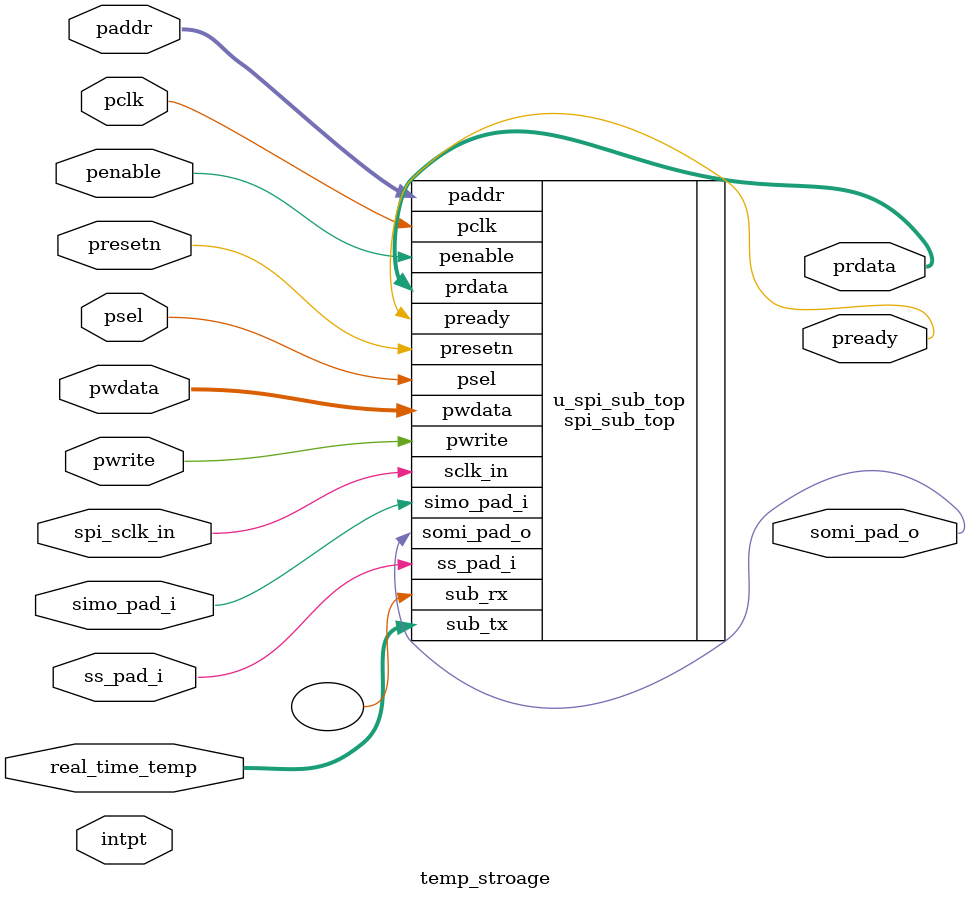
<source format=sv>
module temp_stroage (
  input  logic          pclk,
  input  logic          presetn,
  input  logic [7:0]    real_time_temp,
  input  logic          pwrite,
  input  logic          penable,
  input  logic          psel,
  input  logic [31:0]   paddr,
  input  logic [31:0]   pwdata,
  input  logic          simo_pad_i,
  input  logic          spi_sclk_in,
  input  logic          ss_pad_i,
  input  logic          intpt,
                        
  output logic          pready,
  output logic [31:0]   prdata,
  output logic          somi_pad_o
);

//  logic delayed_intpt;

//  dff #(
//    .DFF_WIDTH(1)
//  ) u_dff_intpt (
//    .clk     ( pclk          ),
//    .reset_b ( presetn       ),
//    .d       ( intpt         ),
//    .q       ( delayed_intpt )
//  );

//   logic intpt_posedge;

//  assign intpt_posedge = intpt & (~ delayed_intpt);

  spi_sub_top u_spi_sub_top(
    .pclk           ( pclk           ),
    .presetn        ( presetn        ),
    .pwrite         ( pwrite         ),
    .psel           ( psel           ),
    .penable        ( penable        ),
    .paddr          ( paddr          ),
    .pwdata         ( pwdata         ),
    
    .ss_pad_i       ( ss_pad_i       ),
    .sub_tx         ( real_time_temp ),
    .simo_pad_i     ( simo_pad_i     ),
    .sclk_in        ( spi_sclk_in    ),
    
    .pready         ( pready         ),
    .prdata         ( prdata         ),
    
    .sub_rx         (                ),
    .somi_pad_o     ( somi_pad_o     )
  );

endmodule
</source>
